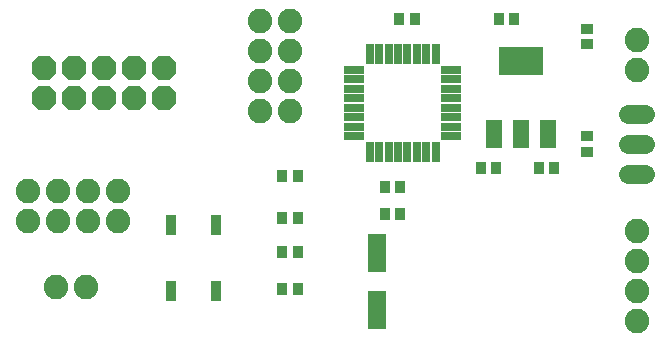
<source format=gts>
G75*
%MOIN*%
%OFA0B0*%
%FSLAX24Y24*%
%IPPOS*%
%LPD*%
%AMOC8*
5,1,8,0,0,1.08239X$1,22.5*
%
%ADD10C,0.0640*%
%ADD11C,0.0820*%
%ADD12R,0.0356X0.0434*%
%ADD13R,0.0434X0.0356*%
%ADD14R,0.0660X0.0280*%
%ADD15R,0.0280X0.0660*%
%ADD16R,0.0631X0.1261*%
%ADD17R,0.0380X0.0680*%
%ADD18OC8,0.0820*%
%ADD19R,0.0560X0.0960*%
%ADD20R,0.1497X0.0946*%
D10*
X021966Y006313D02*
X022526Y006313D01*
X022526Y007313D02*
X021966Y007313D01*
X021966Y008313D02*
X022526Y008313D01*
D11*
X002896Y002523D03*
X003896Y002523D03*
X003966Y004743D03*
X004966Y004743D03*
X004966Y005743D03*
X003966Y005743D03*
X002966Y005743D03*
X001966Y005743D03*
X001966Y004743D03*
X002966Y004743D03*
X009696Y008413D03*
X010696Y008413D03*
X010696Y009413D03*
X009696Y009413D03*
X009696Y010413D03*
X010696Y010413D03*
X010696Y011413D03*
X009696Y011413D03*
X022246Y010763D03*
X022246Y009763D03*
X022246Y004413D03*
X022246Y003413D03*
X022246Y002413D03*
X022246Y001413D03*
D12*
X014362Y004973D03*
X013850Y004973D03*
X013850Y005853D03*
X014362Y005853D03*
X017060Y006513D03*
X017572Y006513D03*
X018980Y006513D03*
X019492Y006513D03*
X010952Y006223D03*
X010440Y006223D03*
X010440Y004843D03*
X010952Y004843D03*
X010952Y003713D03*
X010440Y003713D03*
X010440Y002463D03*
X010952Y002463D03*
X014340Y011463D03*
X014852Y011463D03*
X017660Y011463D03*
X018172Y011463D03*
D13*
X020596Y011129D03*
X020596Y010617D03*
X020596Y007559D03*
X020596Y007047D03*
D14*
X016066Y007563D03*
X016066Y007873D03*
X016066Y008193D03*
X016066Y008503D03*
X016066Y008823D03*
X016066Y009133D03*
X016066Y009453D03*
X016066Y009763D03*
X012826Y009763D03*
X012826Y009453D03*
X012826Y009133D03*
X012826Y008823D03*
X012826Y008503D03*
X012826Y008193D03*
X012826Y007873D03*
X012826Y007563D03*
D15*
X013346Y007043D03*
X013656Y007043D03*
X013976Y007043D03*
X014286Y007043D03*
X014606Y007043D03*
X014916Y007043D03*
X015236Y007043D03*
X015546Y007043D03*
X015546Y010283D03*
X015236Y010283D03*
X014916Y010283D03*
X014606Y010283D03*
X014286Y010283D03*
X013976Y010283D03*
X013656Y010283D03*
X013346Y010283D03*
D16*
X013596Y003658D03*
X013596Y001768D03*
D17*
X008226Y002413D03*
X006726Y002413D03*
X006726Y004613D03*
X008226Y004613D03*
D18*
X006506Y008833D03*
X005506Y008833D03*
X004506Y008833D03*
X003506Y008833D03*
X002506Y008833D03*
X002506Y009833D03*
X003506Y009833D03*
X004506Y009833D03*
X005506Y009833D03*
X006506Y009833D03*
D19*
X017476Y007623D03*
X018386Y007623D03*
X019296Y007623D03*
D20*
X018386Y010063D03*
M02*

</source>
